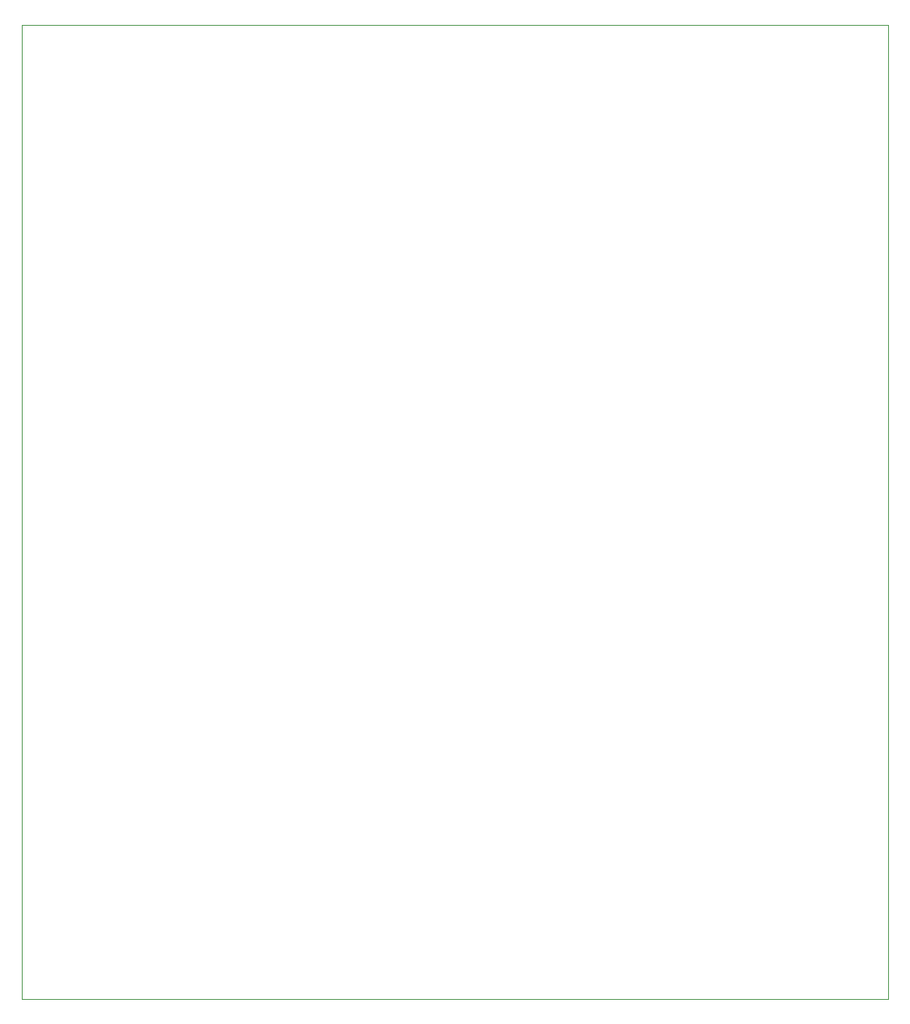
<source format=gbr>
%TF.GenerationSoftware,KiCad,Pcbnew,7.0.6*%
%TF.CreationDate,2023-09-22T02:01:45+08:00*%
%TF.ProjectId,power_ex_board_muti,706f7765-725f-4657-985f-626f6172645f,rev?*%
%TF.SameCoordinates,Original*%
%TF.FileFunction,Profile,NP*%
%FSLAX46Y46*%
G04 Gerber Fmt 4.6, Leading zero omitted, Abs format (unit mm)*
G04 Created by KiCad (PCBNEW 7.0.6) date 2023-09-22 02:01:45*
%MOMM*%
%LPD*%
G01*
G04 APERTURE LIST*
%TA.AperFunction,Profile*%
%ADD10C,0.100000*%
%TD*%
G04 APERTURE END LIST*
D10*
X62687200Y0D02*
X31343600Y0D01*
X94030800Y-52882800D02*
X94030800Y-26441400D01*
X62687200Y-105765600D02*
X94030800Y-105765600D01*
X0Y-26441400D02*
X0Y-52882800D01*
X0Y-52882800D02*
X0Y-79324200D01*
X94030800Y-26441400D02*
X94030800Y0D01*
X0Y0D02*
X0Y-26441400D01*
X94030800Y-79324200D02*
X94030800Y-52882800D01*
X94030800Y-105765600D02*
X94030800Y-79324200D01*
X31343600Y-105765600D02*
X62687200Y-105765600D01*
X94030800Y0D02*
X62687200Y0D01*
X0Y-79324200D02*
X0Y-105765600D01*
X31343600Y0D02*
X0Y0D01*
X0Y-105765600D02*
X31343600Y-105765600D01*
X94030800Y-52882800D02*
X94030800Y-52882800D01*
M02*

</source>
